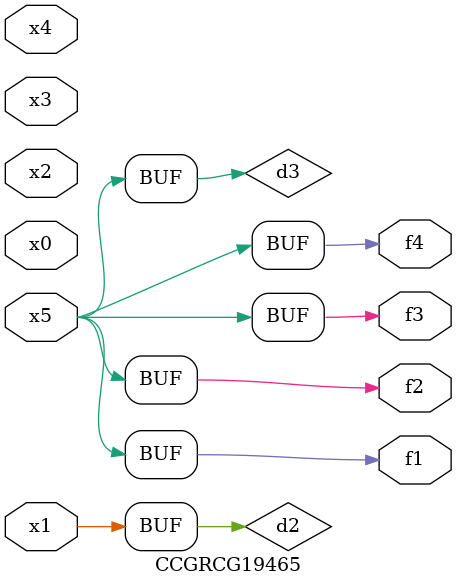
<source format=v>
module CCGRCG19465(
	input x0, x1, x2, x3, x4, x5,
	output f1, f2, f3, f4
);

	wire d1, d2, d3;

	not (d1, x5);
	or (d2, x1);
	xnor (d3, d1);
	assign f1 = d3;
	assign f2 = d3;
	assign f3 = d3;
	assign f4 = d3;
endmodule

</source>
